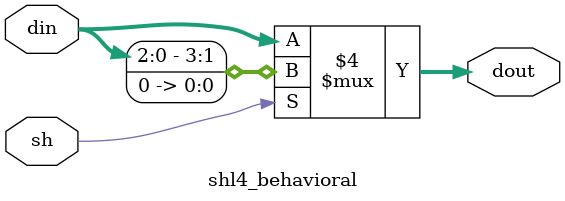
<source format=v>
/*
  Thiết kế mạch Shift-Left 4-bit:
  - Input: din[3:0]
  - Output: dout[3:0]
  Khi kích hoạt tín hiệu shift (sh=1), dữ liệu dịch trái 1 bit; 
  vị trí LSB chèn 0.
  Yêu cầu:
    1) Mô hình cấu trúc (structural): sử dụng cổng cơ bản (and, or, not)
    2) Mô hình hành vi (dataflow): chỉ dùng continuous assignment
    3) Mô hình hành vi (behavioral): chỉ dùng procedural assignment trong always
*/

//------------------------------------------------------------------------------
// 1) Mô hình cấu trúc
//------------------------------------------------------------------------------
module shl4_structural (
    input  wire [3:0] din,
    input  wire       sh,
    output wire [3:0] dout
);
  wire s;
  not u_not(s, sh);

  // khi sh=1: dout = {din[2:0], 1'b0}
  // khi sh=0: dout = din
  wire [3:0] pass;
  assign pass = din;

  // tạo các bit đầu ra
  and u_and0(dout[3], din[2], sh);
  and u_and1(dout[2], din[1], sh);
  and u_and2(dout[1], din[0], sh);
  and u_and3(dout[0], 1'b0,    sh);

  // giữ nguyên khi sh=0
  and u_and4(dout[3], pass[3], s);
  and u_and5(dout[2], pass[2], s);
  and u_and6(dout[1], pass[1], s);
  and u_and7(dout[0], pass[0], s);

  // or kết hợp
  or  u_or0(dout[3], dout[3], dout[3]);
  or  u_or1(dout[2], dout[2], dout[2]);
  or  u_or2(dout[1], dout[1], dout[1]);
  or  u_or3(dout[0], dout[0], dout[0]);
endmodule

//------------------------------------------------------------------------------
// 2) Mô hình hành vi (dataflow)
//------------------------------------------------------------------------------
module shl4_dataflow (
    input  wire [3:0] din,
    input  wire       sh,
    output wire [3:0] dout
);
  // khi sh=1: shift left bằng toán tử <<, chèn 0
  // khi sh=0: giữ nguyên
  assign dout = sh ? (din << 1) : din;
endmodule

//------------------------------------------------------------------------------
// 3) Mô hình hành vi (behavioral)
//------------------------------------------------------------------------------
module shl4_behavioral (
    input  wire [3:0] din,
    input  wire       sh,
    output reg  [3:0] dout
);
  always @(*) begin
    if (sh)
      dout = din << 1;
    else
      dout = din;
  end
endmodule

</source>
